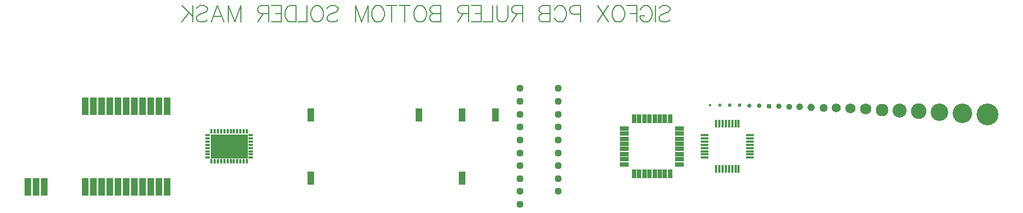
<source format=gbs>
%FSLAX43Y43*%
%MOMM*%
G71*
G01*
G75*
G04 Layer_Color=16711935*
%ADD10R,0.250X0.800*%
%ADD11R,0.800X0.250*%
%ADD12R,1.300X1.200*%
%ADD13R,1.600X0.900*%
%ADD14R,2.800X1.000*%
%ADD15R,2.800X1.000*%
%ADD16R,1.200X1.800*%
%ADD17R,1.200X1.400*%
%ADD18R,0.900X1.050*%
%ADD19R,1.470X1.270*%
%ADD20R,0.830X0.630*%
%ADD21R,0.600X0.500*%
%ADD22R,0.900X0.600*%
%ADD23R,0.300X0.300*%
%ADD24R,0.800X0.900*%
%ADD25R,0.550X1.200*%
%ADD26R,1.143X0.254*%
%ADD27R,0.254X1.143*%
%ADD28R,4.826X5.715*%
%ADD29R,1.600X3.000*%
%ADD30R,2.400X2.400*%
%ADD31R,3.800X2.800*%
%ADD32R,0.400X0.750*%
%ADD33R,1.219X2.235*%
%ADD34R,3.600X2.200*%
%ADD35R,5.334X1.930*%
%ADD36R,2.210X0.610*%
%ADD37R,0.580X1.200*%
%ADD38R,2.000X2.000*%
%ADD39R,1.000X1.400*%
%ADD40C,1.000*%
%ADD41R,0.350X0.350*%
%ADD42R,1.800X1.400*%
%ADD43R,2.100X1.400*%
%ADD44R,1.600X0.350*%
%ADD45R,1.200X0.800*%
%ADD46C,1.000*%
%ADD47C,0.152*%
%ADD48R,2.400X2.400*%
%ADD49R,0.300X3.000*%
%ADD50R,0.200X1.000*%
%ADD51R,0.200X2.000*%
%ADD52R,0.300X3.500*%
%ADD53R,0.300X1.500*%
%ADD54R,0.300X2.500*%
%ADD55R,9.398X1.016*%
%ADD56R,9.398X0.762*%
%ADD57R,9.398X0.610*%
%ADD58R,9.398X0.457*%
%ADD59R,9.398X0.305*%
%ADD60R,9.398X0.254*%
%ADD61R,9.398X0.203*%
%ADD62R,9.398X0.152*%
%ADD63R,0.330X0.686*%
%ADD64R,0.400X0.750*%
%ADD65C,0.321*%
%ADD66C,0.361*%
%ADD67C,0.405*%
%ADD68C,0.455*%
%ADD69C,0.511*%
%ADD70C,0.573*%
%ADD71C,0.644*%
%ADD72C,0.723*%
%ADD73C,0.812*%
%ADD74C,0.912*%
%ADD75C,1.020*%
%ADD76C,1.150*%
%ADD77C,1.290*%
%ADD78C,1.450*%
%ADD79C,1.630*%
%ADD80C,1.830*%
%ADD81C,2.050*%
%ADD82C,2.300*%
%ADD83C,2.590*%
%ADD84C,2.910*%
%ADD85C,3.260*%
%ADD86R,1.270X0.559*%
%ADD87R,0.559X1.270*%
%ADD88R,0.890X2.600*%
%ADD89R,5.600X3.600*%
%ADD90R,0.320X0.600*%
%ADD91R,0.600X0.320*%
%ADD92R,1.000X1.950*%
%ADD93C,0.154*%
%ADD94C,0.200*%
%ADD95C,0.150*%
%ADD96C,0.170*%
%ADD97C,0.160*%
%ADD98C,0.155*%
%ADD99C,0.100*%
%ADD100C,0.120*%
%ADD101C,0.127*%
%ADD102C,0.250*%
%ADD103C,0.250*%
%ADD104C,0.254*%
%ADD105R,0.300X2.400*%
%ADD106R,0.864X1.093*%
%ADD107R,9.398X0.406*%
%ADD108R,9.398X0.508*%
%ADD109R,9.398X0.914*%
%ADD110R,9.398X1.168*%
%ADD111R,0.377X0.927*%
%ADD112R,0.927X0.377*%
%ADD113R,1.427X1.327*%
%ADD114R,1.727X1.027*%
%ADD115R,2.927X1.127*%
%ADD116R,2.927X1.127*%
%ADD117R,1.327X1.927*%
%ADD118R,1.327X1.527*%
%ADD119R,1.027X1.177*%
%ADD120R,1.597X1.397*%
%ADD121R,0.957X0.757*%
%ADD122R,0.727X0.627*%
%ADD123R,1.027X0.727*%
%ADD124R,0.427X0.427*%
%ADD125R,0.927X1.027*%
%ADD126R,0.677X1.327*%
%ADD127R,1.270X0.381*%
%ADD128R,0.381X1.270*%
%ADD129R,4.953X5.842*%
%ADD130R,1.727X3.127*%
%ADD131R,2.527X2.527*%
%ADD132R,3.927X2.927*%
%ADD133R,0.527X0.877*%
%ADD134R,1.346X2.362*%
%ADD135R,3.727X2.327*%
%ADD136R,5.461X2.057*%
%ADD137R,2.337X0.737*%
%ADD138R,0.707X1.327*%
%ADD139R,2.127X2.127*%
%ADD140R,1.127X1.527*%
%ADD141C,1.127*%
%ADD142R,0.477X0.477*%
%ADD143R,1.927X1.527*%
%ADD144R,2.227X1.527*%
%ADD145R,1.727X0.477*%
%ADD146R,1.327X0.927*%
%ADD147C,0.448*%
%ADD148C,0.488*%
%ADD149C,0.532*%
%ADD150C,0.582*%
%ADD151C,0.638*%
%ADD152C,0.700*%
%ADD153C,0.771*%
%ADD154C,0.850*%
%ADD155C,0.939*%
%ADD156C,1.039*%
%ADD157C,1.147*%
%ADD158C,1.277*%
%ADD159C,1.417*%
%ADD160C,1.577*%
%ADD161C,1.757*%
%ADD162C,1.957*%
%ADD163C,2.177*%
%ADD164C,2.427*%
%ADD165C,2.717*%
%ADD166C,3.037*%
%ADD167C,3.387*%
%ADD168R,1.397X0.686*%
%ADD169R,0.686X1.397*%
%ADD170R,1.017X2.727*%
%ADD171R,5.727X3.727*%
%ADD172R,0.447X0.727*%
%ADD173R,0.727X0.447*%
%ADD174R,1.127X2.077*%
D47*
X101304Y34206D02*
X101546Y34448D01*
X101909Y34569D01*
X102392Y34569D01*
X102755Y34448D01*
X102997Y34206D01*
X102997Y33964D01*
X102876Y33722D01*
X102755Y33601D01*
X102513Y33481D01*
X101788Y33239D01*
X101546Y33118D01*
X101425Y32997D01*
X101304Y32755D01*
X101304Y32392D01*
X101546Y32150D01*
X101909Y32029D01*
X102392Y32029D01*
X102755Y32150D01*
X102997Y32392D01*
X100736Y34569D02*
X100736Y32029D01*
X98390Y33964D02*
X98511Y34206D01*
X98752Y34448D01*
X98994Y34569D01*
X99478Y34569D01*
X99720Y34448D01*
X99962Y34206D01*
X100083Y33964D01*
X100204Y33601D01*
X100204Y32997D01*
X100083Y32634D01*
X99962Y32392D01*
X99720Y32150D01*
X99478Y32029D01*
X98994Y32029D01*
X98752Y32150D01*
X98511Y32392D01*
X98390Y32634D01*
X98390Y32997D01*
X98994Y32997D02*
X98390Y32997D01*
X97809Y34569D02*
X97809Y32029D01*
X97809Y34569D02*
X96237Y34569D01*
X97809Y33360D02*
X96842Y33360D01*
X95221Y34569D02*
X95463Y34448D01*
X95705Y34206D01*
X95826Y33964D01*
X95947Y33601D01*
X95947Y32997D01*
X95826Y32634D01*
X95705Y32392D01*
X95463Y32150D01*
X95221Y32029D01*
X94738Y32029D01*
X94496Y32150D01*
X94254Y32392D01*
X94133Y32634D01*
X94012Y32997D01*
X94012Y33601D01*
X94133Y33964D01*
X94254Y34206D01*
X94496Y34448D01*
X94738Y34569D01*
X95221Y34569D01*
X93420Y34569D02*
X91727Y32029D01*
X91727Y34569D02*
X93420Y32029D01*
X89163Y33239D02*
X88075Y33239D01*
X87712Y33360D01*
X87591Y33481D01*
X87470Y33722D01*
X87470Y34085D01*
X87591Y34327D01*
X87712Y34448D01*
X88075Y34569D01*
X89163Y34569D01*
X89163Y32029D01*
X85088Y33964D02*
X85209Y34206D01*
X85451Y34448D01*
X85692Y34569D01*
X86176Y34569D01*
X86418Y34448D01*
X86660Y34206D01*
X86781Y33964D01*
X86902Y33601D01*
X86902Y32997D01*
X86781Y32634D01*
X86660Y32392D01*
X86418Y32150D01*
X86176Y32029D01*
X85692Y32029D01*
X85451Y32150D01*
X85209Y32392D01*
X85088Y32634D01*
X84374Y34569D02*
X84374Y32029D01*
X84374Y34569D02*
X83286Y34569D01*
X82923Y34448D01*
X82802Y34327D01*
X82681Y34085D01*
X82681Y33843D01*
X82802Y33601D01*
X82923Y33481D01*
X83286Y33360D01*
X84374Y33360D02*
X83286Y33360D01*
X82923Y33239D01*
X82802Y33118D01*
X82681Y32876D01*
X82681Y32513D01*
X82802Y32271D01*
X82923Y32150D01*
X83286Y32029D01*
X84374Y32029D01*
X80118Y34569D02*
X80118Y32029D01*
X80118Y34569D02*
X79029Y34569D01*
X78667Y34448D01*
X78546Y34327D01*
X78425Y34085D01*
X78425Y33843D01*
X78546Y33601D01*
X78667Y33481D01*
X79029Y33360D01*
X80118Y33360D01*
X79271Y33360D02*
X78425Y32029D01*
X77856Y34569D02*
X77856Y32755D01*
X77735Y32392D01*
X77494Y32150D01*
X77131Y32029D01*
X76889Y32029D01*
X76526Y32150D01*
X76284Y32392D01*
X76163Y32755D01*
X76163Y34569D01*
X75462Y34569D02*
X75462Y32029D01*
X74011Y32029D01*
X72161Y34569D02*
X73733Y34569D01*
X73733Y32029D01*
X72161Y32029D01*
X73733Y33360D02*
X72765Y33360D01*
X71738Y34569D02*
X71738Y32029D01*
X71738Y34569D02*
X70649Y34569D01*
X70286Y34448D01*
X70165Y34327D01*
X70045Y34085D01*
X70045Y33843D01*
X70165Y33601D01*
X70286Y33481D01*
X70649Y33360D01*
X71738Y33360D01*
X70891Y33360D02*
X70045Y32029D01*
X67481Y34569D02*
X67481Y32029D01*
X67481Y34569D02*
X66393Y34569D01*
X66030Y34448D01*
X65909Y34327D01*
X65788Y34085D01*
X65788Y33843D01*
X65909Y33601D01*
X66030Y33481D01*
X66393Y33360D01*
X67481Y33360D02*
X66393Y33360D01*
X66030Y33239D01*
X65909Y33118D01*
X65788Y32876D01*
X65788Y32513D01*
X65909Y32271D01*
X66030Y32150D01*
X66393Y32029D01*
X67481Y32029D01*
X64494Y34569D02*
X64736Y34448D01*
X64978Y34206D01*
X65099Y33964D01*
X65220Y33601D01*
X65220Y32997D01*
X65099Y32634D01*
X64978Y32392D01*
X64736Y32150D01*
X64494Y32029D01*
X64010Y32029D01*
X63768Y32150D01*
X63527Y32392D01*
X63406Y32634D01*
X63285Y32997D01*
X63285Y33601D01*
X63406Y33964D01*
X63527Y34206D01*
X63768Y34448D01*
X64010Y34569D01*
X64494Y34569D01*
X61846Y34569D02*
X61846Y32029D01*
X62692Y34569D02*
X60999Y34569D01*
X59850Y34569D02*
X59850Y32029D01*
X60697Y34569D02*
X59004Y34569D01*
X57976Y34569D02*
X58218Y34448D01*
X58460Y34206D01*
X58581Y33964D01*
X58702Y33601D01*
X58702Y32997D01*
X58581Y32634D01*
X58460Y32392D01*
X58218Y32150D01*
X57976Y32029D01*
X57492Y32029D01*
X57251Y32150D01*
X57009Y32392D01*
X56888Y32634D01*
X56767Y32997D01*
X56767Y33601D01*
X56888Y33964D01*
X57009Y34206D01*
X57251Y34448D01*
X57492Y34569D01*
X57976Y34569D01*
X56174Y34569D02*
X56174Y32029D01*
X56174Y34569D02*
X55207Y32029D01*
X54239Y34569D02*
X55207Y32029D01*
X54239Y34569D02*
X54239Y32029D01*
X49826Y34206D02*
X50067Y34448D01*
X50430Y34569D01*
X50914Y34569D01*
X51277Y34448D01*
X51519Y34206D01*
X51519Y33964D01*
X51398Y33722D01*
X51277Y33601D01*
X51035Y33481D01*
X50309Y33239D01*
X50067Y33118D01*
X49947Y32997D01*
X49826Y32755D01*
X49826Y32392D01*
X50067Y32150D01*
X50430Y32029D01*
X50914Y32029D01*
X51277Y32150D01*
X51519Y32392D01*
X48532Y34569D02*
X48774Y34448D01*
X49015Y34206D01*
X49136Y33964D01*
X49257Y33601D01*
X49257Y32997D01*
X49136Y32634D01*
X49015Y32392D01*
X48774Y32150D01*
X48532Y32029D01*
X48048Y32029D01*
X47806Y32150D01*
X47564Y32392D01*
X47443Y32634D01*
X47322Y32997D01*
X47322Y33601D01*
X47443Y33964D01*
X47564Y34206D01*
X47806Y34448D01*
X48048Y34569D01*
X48532Y34569D01*
X46730Y34569D02*
X46730Y32029D01*
X45279Y32029D01*
X45001Y34569D02*
X45001Y32029D01*
X45001Y34569D02*
X44154Y34569D01*
X43791Y34448D01*
X43550Y34206D01*
X43429Y33964D01*
X43308Y33601D01*
X43308Y32997D01*
X43429Y32634D01*
X43550Y32392D01*
X43791Y32150D01*
X44154Y32029D01*
X45001Y32029D01*
X41167Y34569D02*
X42739Y34569D01*
X42739Y32029D01*
X41167Y32029D01*
X42739Y33360D02*
X41772Y33360D01*
X40744Y34569D02*
X40744Y32029D01*
X40744Y34569D02*
X39656Y34569D01*
X39293Y34448D01*
X39172Y34327D01*
X39051Y34085D01*
X39051Y33843D01*
X39172Y33601D01*
X39293Y33481D01*
X39656Y33360D01*
X40744Y33360D01*
X39898Y33360D02*
X39051Y32029D01*
X36487Y34569D02*
X36487Y32029D01*
X36487Y34569D02*
X35520Y32029D01*
X34553Y34569D02*
X35520Y32029D01*
X34553Y34569D02*
X34553Y32029D01*
X31892Y32029D02*
X32860Y34569D01*
X33827Y32029D01*
X33464Y32876D02*
X32255Y32876D01*
X29607Y34206D02*
X29849Y34448D01*
X30211Y34569D01*
X30695Y34569D01*
X31058Y34448D01*
X31300Y34206D01*
X31300Y33964D01*
X31179Y33722D01*
X31058Y33601D01*
X30816Y33481D01*
X30090Y33239D01*
X29849Y33118D01*
X29728Y32997D01*
X29607Y32755D01*
X29607Y32392D01*
X29849Y32150D01*
X30211Y32029D01*
X30695Y32029D01*
X31058Y32150D01*
X31300Y32392D01*
X29038Y34569D02*
X29038Y32029D01*
X27345Y34569D02*
X29038Y32876D01*
X28434Y33481D02*
X27345Y32029D01*
D127*
X115387Y10950D02*
D03*
X115387Y11450D02*
D03*
X115387Y11950D02*
D03*
X115387Y12450D02*
D03*
X115387Y12950D02*
D03*
X115387Y13450D02*
D03*
X115387Y13950D02*
D03*
X115387Y14450D02*
D03*
X108387Y14450D02*
D03*
X108387Y13950D02*
D03*
X108387Y13450D02*
D03*
X108387Y12950D02*
D03*
X108387Y12450D02*
D03*
X108387Y11950D02*
D03*
X108387Y11450D02*
D03*
X108387Y10950D02*
D03*
D128*
X110137Y9200D02*
D03*
X110637Y9200D02*
D03*
X111137Y9200D02*
D03*
X111637Y9200D02*
D03*
X112137Y9200D02*
D03*
X112637Y9200D02*
D03*
X113137Y9200D02*
D03*
X113637Y9200D02*
D03*
X113637Y16200D02*
D03*
X113137Y16200D02*
D03*
X112637Y16200D02*
D03*
X112137Y16200D02*
D03*
X111637Y16200D02*
D03*
X111137Y16200D02*
D03*
X110637Y16200D02*
D03*
X110137Y16200D02*
D03*
D141*
X79694Y3700D02*
D03*
X85694Y5700D02*
D03*
X79694Y5700D02*
D03*
X79694Y7700D02*
D03*
X85694Y7700D02*
D03*
X79694Y9700D02*
D03*
X85694Y9700D02*
D03*
X79694Y11700D02*
D03*
X85694Y11700D02*
D03*
X79694Y13700D02*
D03*
X85694Y13700D02*
D03*
X79694Y15700D02*
D03*
X85694Y15700D02*
D03*
X79694Y17700D02*
D03*
X85694Y17700D02*
D03*
X79694Y19700D02*
D03*
X85694Y19700D02*
D03*
X79694Y21700D02*
D03*
X85694Y21700D02*
D03*
D147*
X109220Y19143D02*
D03*
D148*
X110744Y19124D02*
D03*
D149*
X112268Y19102D02*
D03*
D150*
X113792Y19076D02*
D03*
D151*
X115316Y19049D02*
D03*
D152*
X116840Y19017D02*
D03*
D153*
X118364Y18982D02*
D03*
D154*
X119888Y18943D02*
D03*
D155*
X121455Y18898D02*
D03*
D156*
X123118Y18848D02*
D03*
D157*
X124883Y18794D02*
D03*
D158*
X126769Y18729D02*
D03*
D159*
X128788Y18659D02*
D03*
D160*
X130959Y18579D02*
D03*
D161*
X133298Y18489D02*
D03*
D162*
X135829Y18389D02*
D03*
D163*
X138568Y18279D02*
D03*
D164*
X141544Y18154D02*
D03*
D165*
X144788Y18009D02*
D03*
D166*
X148339Y17849D02*
D03*
D167*
X152223Y17674D02*
D03*
D168*
X104496Y15500D02*
D03*
X104496Y14700D02*
D03*
X104496Y13900D02*
D03*
X104496Y13100D02*
D03*
X104496Y12300D02*
D03*
X104496Y11500D02*
D03*
X104496Y10700D02*
D03*
X104496Y9900D02*
D03*
X95910Y9900D02*
D03*
X95910Y10700D02*
D03*
X95910Y11500D02*
D03*
X95910Y12300D02*
D03*
X95910Y13100D02*
D03*
X95910Y13900D02*
D03*
X95910Y14700D02*
D03*
X95910Y15500D02*
D03*
D169*
X103003Y8407D02*
D03*
X102203Y8407D02*
D03*
X101403Y8407D02*
D03*
X100603Y8407D02*
D03*
X99803Y8407D02*
D03*
X99003Y8407D02*
D03*
X98203Y8407D02*
D03*
X97403Y8407D02*
D03*
X97403Y16993D02*
D03*
X98203Y16993D02*
D03*
X99003Y16993D02*
D03*
X99803Y16993D02*
D03*
X100603Y16993D02*
D03*
X101403Y16993D02*
D03*
X102203Y16993D02*
D03*
X103003Y16993D02*
D03*
D170*
X3414Y6450D02*
D03*
X4684Y6450D02*
D03*
X5954Y6450D02*
D03*
X12334Y6450D02*
D03*
X13604Y6450D02*
D03*
X14874Y6450D02*
D03*
X16144Y6450D02*
D03*
X17414Y6450D02*
D03*
X18684Y6450D02*
D03*
X19954Y6450D02*
D03*
X21224Y6450D02*
D03*
X22494Y6450D02*
D03*
X23764Y6450D02*
D03*
X25034Y6450D02*
D03*
X25034Y18950D02*
D03*
X23764Y18950D02*
D03*
X22494Y18950D02*
D03*
X21224Y18950D02*
D03*
X19954Y18950D02*
D03*
X18684Y18950D02*
D03*
X17414Y18950D02*
D03*
X16144Y18950D02*
D03*
X14874Y18950D02*
D03*
X13604Y18950D02*
D03*
X12334Y18950D02*
D03*
D171*
X34659Y12700D02*
D03*
D172*
X37409Y15050D02*
D03*
X36909Y15050D02*
D03*
X36409Y15050D02*
D03*
X35909Y15050D02*
D03*
X35409Y15050D02*
D03*
X34909Y15050D02*
D03*
X34409Y15050D02*
D03*
X33909Y15050D02*
D03*
X33409Y15050D02*
D03*
X32909Y15050D02*
D03*
X32409Y15050D02*
D03*
X31909Y15050D02*
D03*
X31909Y10350D02*
D03*
X32409Y10350D02*
D03*
X32909Y10350D02*
D03*
X33409Y10350D02*
D03*
X33909Y10350D02*
D03*
X34409Y10350D02*
D03*
X34909Y10350D02*
D03*
X35409Y10350D02*
D03*
X35909Y10350D02*
D03*
X36409Y10350D02*
D03*
X36909Y10350D02*
D03*
X37409Y10350D02*
D03*
D173*
X31309Y14450D02*
D03*
X31309Y13950D02*
D03*
X31309Y13450D02*
D03*
X31309Y12950D02*
D03*
X31309Y12450D02*
D03*
X31309Y11950D02*
D03*
X31309Y11450D02*
D03*
X31309Y10950D02*
D03*
X38009Y10950D02*
D03*
X38009Y11450D02*
D03*
X38009Y11950D02*
D03*
X38009Y12450D02*
D03*
X38009Y12950D02*
D03*
X38009Y13450D02*
D03*
X38009Y13950D02*
D03*
X38009Y14450D02*
D03*
D174*
X75895Y17600D02*
D03*
X70795Y17600D02*
D03*
X64095Y17600D02*
D03*
X47295Y17600D02*
D03*
X47295Y7800D02*
D03*
X70795Y7800D02*
D03*
M02*

</source>
